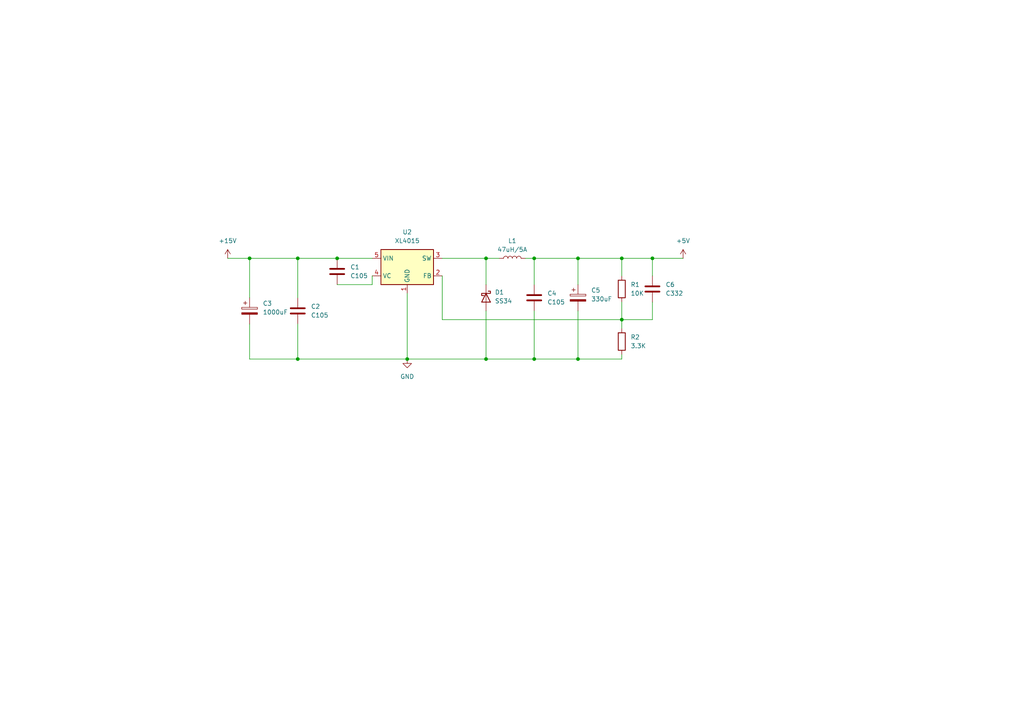
<source format=kicad_sch>
(kicad_sch (version 20250114) (generator "eeschema") (generator_version "9.0")
  (paper "A4")
  (lib_symbols
    (symbol "Device:C" (pin_numbers (hide yes)) (pin_names (offset 0.254))
      (property "Reference" "C" (at 0.635 2.54 0))
      (property "Value" "C" (at 0.635 -2.54 0))
      (symbol "C_0_1"
        (polyline (pts (xy -2.032 0.762) (xy 2.032 0.762)) (stroke (width 0.508)))
        (polyline (pts (xy -2.032 -0.762) (xy 2.032 -0.762)) (stroke (width 0.508)))
      )
      (symbol "C_1_1"
        (pin passive line (at 0 3.81 270) (length 2.794) (name "~") (number "1"))
        (pin passive line (at 0 -3.81 90) (length 2.794) (name "~") (number "2"))
      )
    )
    (symbol "Device:C_Polarized" (pin_numbers (hide yes)) (pin_names (offset 0.254))
      (property "Reference" "C" (at 0.635 2.54 0))
      (property "Value" "C_Polarized" (at 0.635 -2.54 0))
      (symbol "C_Polarized_0_1"
        (rectangle (start -2.286 0.508) (end 2.286 1.016))
        (polyline (pts (xy -1.778 2.286) (xy -0.762 2.286)))
        (polyline (pts (xy -1.27 2.794) (xy -1.27 1.778)))
        (rectangle (start 2.286 -0.508) (end -2.286 -1.016) (fill (type outline)))
      )
      (symbol "C_Polarized_1_1"
        (pin passive line (at 0 3.81 270) (length 2.794) (name "~") (number "1"))
        (pin passive line (at 0 -3.81 90) (length 2.794) (name "~") (number "2"))
      )
    )
    (symbol "Device:L" (pin_numbers (hide yes)) (pin_names (offset 1.016) (hide yes))
      (property "Reference" "L" (at -1.27 0 90))
      (property "Value" "L" (at 1.905 0 90))
      (symbol "L_0_1"
        (arc (start 0 2.54) (mid 0.6323 1.905) (end 0 1.27))
        (arc (start 0 1.27) (mid 0.6323 0.635) (end 0 0))
        (arc (start 0 0) (mid 0.6323 -0.635) (end 0 -1.27))
        (arc (start 0 -1.27) (mid 0.6323 -1.905) (end 0 -2.54))
      )
      (symbol "L_1_1"
        (pin passive line (at 0 3.81 270) (length 1.27) (name "1") (number "1"))
        (pin passive line (at 0 -3.81 90) (length 1.27) (name "2") (number "2"))
      )
    )
    (symbol "Device:R" (pin_numbers (hide yes)) (pin_names (offset 0))
      (property "Reference" "R" (at 2.032 0 90))
      (property "Value" "R" (at 0 0 90))
      (symbol "R_0_1"
        (rectangle (start -1.016 -2.54) (end 1.016 2.54) (stroke (width 0.254)))
      )
      (symbol "R_1_1"
        (pin passive line (at 0 3.81 270) (length 1.27) (name "~") (number "1"))
        (pin passive line (at 0 -3.81 90) (length 1.27) (name "~") (number "2"))
      )
    )
    (symbol "Diode:SS34" (pin_numbers (hide yes)) (pin_names (offset 1.016) (hide yes))
      (property "Reference" "D" (at 0 2.54 0))
      (property "Value" "SS34" (at 0 -2.54 0))
      (symbol "SS34_0_1"
        (polyline (pts (xy -1.905 0.635) (xy -1.905 1.27) (xy -1.27 1.27) (xy -1.27 -1.27) (xy -0.635 -1.27) (xy -0.635 -0.635)) (stroke (width 0.254)))
        (polyline (pts (xy 1.27 1.27) (xy 1.27 -1.27) (xy -1.27 0) (xy 1.27 1.27)) (stroke (width 0.254)))
        (polyline (pts (xy 1.27 0) (xy -1.27 0)))
      )
      (symbol "SS34_1_1"
        (pin passive line (at -3.81 0 0) (length 2.54) (name "K") (number "1"))
        (pin passive line (at 3.81 0 180) (length 2.54) (name "A") (number "2"))
      )
    )
    (symbol "Regulator_Switching:XL4015"
      (property "Reference" "U?" (at -6.35 6.35 0))
      (property "Value" "XL4015" (at 6.35 6.35 0))
      (symbol "XL4015_0_1"
        (rectangle (start -7.62 5.08) (end 7.62 -5.08) (stroke (width 0.254)) (fill (type background)))
      )
      (symbol "XL4015_1_1"
        (pin power_in line (at -10.16 2.54 0) (length 2.54) (name "VIN") (number "5"))
        (pin input line (at -10.16 -2.54 0) (length 2.54) (name "VC") (number "4"))
        (pin power_in line (at 0 -7.62 90) (length 2.54) (name "GND") (number "1"))
        (pin power_out line (at 10.16 2.54 180) (length 2.54) (name "SW") (number "3"))
        (pin input line (at 10.16 -2.54 180) (length 2.54) (name "FB") (number "2"))
      )
    )
    (symbol "power:+15V" (power) (pin_numbers (hide yes)) (pin_names (offset 0) (hide yes))
      (property "Value" "+15V" (at 0 3.556 0))
      (symbol "+15V_0_1"
        (polyline (pts (xy -0.762 1.27) (xy 0 2.54)))
        (polyline (pts (xy 0 2.54) (xy 0.762 1.27)))
        (polyline (pts (xy 0 0) (xy 0 2.54)))
      )
      (symbol "+15V_1_1"
        (pin power_in line (at 0 0 90) (length 0) (name "~") (number "1"))
      )
    )
    (symbol "power:+5V" (power) (pin_numbers (hide yes)) (pin_names (offset 0) (hide yes))
      (property "Value" "+5V" (at 0 3.556 0))
      (symbol "+5V_0_1"
        (polyline (pts (xy -0.762 1.27) (xy 0 2.54)))
        (polyline (pts (xy 0 2.54) (xy 0.762 1.27)))
        (polyline (pts (xy 0 0) (xy 0 2.54)))
      )
      (symbol "+5V_1_1"
        (pin power_in line (at 0 0 90) (length 0) (name "~") (number "1"))
      )
    )
    (symbol "power:GND" (power) (pin_numbers (hide yes)) (pin_names (offset 0) (hide yes))
      (property "Value" "GND" (at 0 -3.81 0))
      (symbol "GND_0_1"
        (polyline (pts (xy 0 0) (xy 0 -1.27) (xy 1.27 -1.27) (xy 0 -2.54) (xy -1.27 -1.27) (xy 0 -1.27)))
      )
      (symbol "GND_1_1"
        (pin power_in line (at 0 0 270) (length 0) (name "~") (number "1"))
      )
    )
  )
  (junction (at 72.39 74.93))
  (junction (at 86.36 104.14))
  (junction (at 180.34 74.93))
  (junction (at 140.97 74.93))
  (junction (at 154.94 74.93))
  (junction (at 180.34 92.71))
  (junction (at 86.36 74.93))
  (junction (at 167.64 104.14))
  (junction (at 154.94 104.14))
  (junction (at 167.64 74.93))
  (junction (at 140.97 104.14))
  (junction (at 118.11 104.14))
  (junction (at 189.23 74.93))
  (junction (at 97.79 74.93))
  (wire (pts (xy 86.36 86.36) (xy 86.36 74.93)))
  (wire (pts (xy 152.4 74.93) (xy 154.94 74.93)))
  (wire (pts (xy 118.11 85.09) (xy 118.11 104.14)))
  (wire (pts (xy 72.39 93.98) (xy 72.39 104.14)))
  (wire (pts (xy 86.36 74.93) (xy 97.79 74.93)))
  (wire (pts (xy 128.27 80.01) (xy 128.27 92.71)))
  (wire (pts (xy 154.94 90.17) (xy 154.94 104.14)))
  (wire (pts (xy 97.79 82.55) (xy 107.95 82.55)))
  (wire (pts (xy 154.94 104.14) (xy 167.64 104.14)))
  (wire (pts (xy 140.97 82.55) (xy 140.97 74.93)))
  (wire (pts (xy 86.36 93.98) (xy 86.36 104.14)))
  (wire (pts (xy 140.97 74.93) (xy 144.78 74.93)))
  (wire (pts (xy 167.64 82.55) (xy 167.64 74.93)))
  (wire (pts (xy 154.94 74.93) (xy 167.64 74.93)))
  (wire (pts (xy 180.34 87.63) (xy 180.34 92.71)))
  (wire (pts (xy 180.34 92.71) (xy 180.34 95.25)))
  (wire (pts (xy 66.04 74.93) (xy 72.39 74.93)))
  (wire (pts (xy 72.39 74.93) (xy 86.36 74.93)))
  (wire (pts (xy 189.23 87.63) (xy 189.23 92.71)))
  (wire (pts (xy 86.36 104.14) (xy 118.11 104.14)))
  (wire (pts (xy 180.34 102.87) (xy 180.34 104.14)))
  (wire (pts (xy 72.39 104.14) (xy 86.36 104.14)))
  (wire (pts (xy 154.94 104.14) (xy 140.97 104.14)))
  (wire (pts (xy 189.23 74.93) (xy 180.34 74.93)))
  (wire (pts (xy 180.34 104.14) (xy 167.64 104.14)))
  (wire (pts (xy 107.95 82.55) (xy 107.95 80.01)))
  (wire (pts (xy 180.34 74.93) (xy 167.64 74.93)))
  (wire (pts (xy 140.97 90.17) (xy 140.97 104.14)))
  (wire (pts (xy 128.27 92.71) (xy 180.34 92.71)))
  (wire (pts (xy 180.34 80.01) (xy 180.34 74.93)))
  (wire (pts (xy 72.39 86.36) (xy 72.39 74.93)))
  (wire (pts (xy 140.97 74.93) (xy 128.27 74.93)))
  (wire (pts (xy 189.23 92.71) (xy 180.34 92.71)))
  (wire (pts (xy 118.11 104.14) (xy 140.97 104.14)))
  (wire (pts (xy 167.64 90.17) (xy 167.64 104.14)))
  (wire (pts (xy 189.23 80.01) (xy 189.23 74.93)))
  (wire (pts (xy 198.12 74.93) (xy 189.23 74.93)))
  (wire (pts (xy 154.94 74.93) (xy 154.94 82.55)))
  (wire (pts (xy 97.79 74.93) (xy 107.95 74.93)))
  (symbol (lib_id "Diode:SS34") (at 140.97 86.36 270) (unit 1)
    (property "Reference" "D1" (at 143.51 84.7724 90) (effects (justify left)))
    (property "Value" "SS34" (at 143.51 87.3124 90) (effects (justify left)))
    (property "Footprint" "Diode_SMD:D_SMA" (effects (hide yes)))
    (property "Datasheet" "https://www.vishay.com/docs/88751/ss32.pdf" (effects (hide yes)))
    (property "Description" "40V 3A Schottky Diode, SMA" (effects (hide yes)))
  )
  (symbol (lib_id "power:+5V") (at 198.12 74.93 0) (unit 1)
    (property "Reference" "#PWR07" (effects (hide yes)))
    (property "Value" "+5V" (at 198.12 69.85 0))
    (property "Description" "Power symbol creates a global label with name \"+5V\"" (effects (hide yes)))
  )
  (symbol (lib_id "Device:C") (at 189.23 83.82 0) (unit 1)
    (property "Reference" "C6" (at 193.04 82.5499 0) (effects (justify left)))
    (property "Value" "C332" (at 193.04 85.0899 0) (effects (justify left)))
    (property "Footprint" "Capacitor_THT:C_Rect_L11.5mm_W5.2mm_P10.00mm_MKT" (effects (hide yes)))
    (property "Description" "Unpolarized capacitor" (effects (hide yes)))
  )
  (symbol (lib_id "Device:C_Polarized") (at 167.64 86.36 0) (unit 1)
    (property "Reference" "C5" (at 171.45 84.2009 0) (effects (justify left)))
    (property "Value" "330uF" (at 171.45 86.7409 0) (effects (justify left)))
    (property "Footprint" "Capacitor_THT:CP_Radial_D8.0mm_P2.50mm" (effects (hide yes)))
    (property "Description" "Polarized capacitor" (effects (hide yes)))
  )
  (symbol (lib_id "Device:C_Polarized") (at 72.39 90.17 0) (unit 1)
    (property "Reference" "C3" (at 76.2 88.0109 0) (effects (justify left)))
    (property "Value" "1000uF" (at 76.2 90.5509 0) (effects (justify left)))
    (property "Footprint" "Capacitor_THT:CP_Radial_D10.0mm_P2.50mm" (effects (hide yes)))
    (property "Description" "Polarized capacitor" (effects (hide yes)))
  )
  (symbol (lib_id "power:+15V") (at 66.04 74.93 0) (unit 1)
    (property "Reference" "#PWR01" (effects (hide yes)))
    (property "Value" "+15V" (at 66.04 69.85 0))
    (property "Description" "Power symbol creates a global label with name \"+15V\"" (effects (hide yes)))
  )
  (symbol (lib_id "Device:C") (at 97.79 78.74 0) (unit 1)
    (property "Reference" "C1" (at 101.6 77.4699 0) (effects (justify left)))
    (property "Value" "C105" (at 101.6 80.0099 0) (effects (justify left)))
    (property "Footprint" "Capacitor_THT:C_Disc_D7.5mm_W5.0mm_P5.00mm" (effects (hide yes)))
    (property "Description" "Unpolarized capacitor" (effects (hide yes)))
  )
  (symbol (lib_id "Device:R") (at 180.34 99.06 0) (unit 1)
    (property "Reference" "R2" (at 182.88 97.7899 0) (effects (justify left)))
    (property "Value" "3.3K" (at 182.88 100.3299 0) (effects (justify left)))
    (property "Description" "Resistor" (effects (hide yes)))
  )
  (symbol (lib_id "Device:L") (at 148.59 74.93 90) (unit 1)
    (property "Reference" "L1" (at 148.59 69.85 90))
    (property "Value" "47uH/5A" (at 148.59 72.39 90))
    (property "Description" "Inductor" (effects (hide yes)))
  )
  (symbol (lib_id "power:GND") (at 118.11 104.14 0) (unit 1)
    (property "Reference" "#PWR06" (effects (hide yes)))
    (property "Value" "GND" (at 118.11 109.22 0))
    (property "Description" "Power symbol creates a global label with name \"GND\" , ground" (effects (hide yes)))
  )
  (symbol (lib_id "Device:C") (at 154.94 86.36 0) (unit 1)
    (property "Reference" "C4" (at 158.75 85.0899 0) (effects (justify left)))
    (property "Value" "C105" (at 158.75 87.6299 0) (effects (justify left)))
    (property "Footprint" "Capacitor_THT:C_Disc_D7.5mm_W5.0mm_P5.00mm" (effects (hide yes)))
    (property "Description" "Unpolarized capacitor" (effects (hide yes)))
  )
  (symbol (lib_id "Device:C") (at 86.36 90.17 0) (unit 1)
    (property "Reference" "C2" (at 90.17 88.8999 0) (effects (justify left)))
    (property "Value" "C105" (at 90.17 91.4399 0) (effects (justify left)))
    (property "Footprint" "Capacitor_THT:C_Disc_D7.5mm_W5.0mm_P5.00mm" (effects (hide yes)))
    (property "Description" "Unpolarized capacitor" (effects (hide yes)))
  )
  (symbol (lib_id "Regulator_Switching:XL4015") (at 118.11 77.47 0) (unit 1)
    (property "Reference" "U2" (at 118.11 67.31 0))
    (property "Value" "XL4015" (at 118.11 69.85 0))
    (property "Footprint" "Package_TO_SOT_SMD:TO-263-5_TabPin3" (effects (hide yes)))
    (property "Datasheet" "http://www.xlsemi.net/datasheet/XL4015%20datasheet-English.pdf" (effects (hide yes)))
    (property "Description" "5A 180kHz 36V Buck DC to DC Converter" (effects (hide yes)))
  )
  (symbol (lib_id "Device:R") (at 180.34 83.82 0) (unit 1)
    (property "Reference" "R1" (at 182.88 82.5499 0) (effects (justify left)))
    (property "Value" "10K" (at 182.88 85.0899 0) (effects (justify left)))
    (property "Description" "Resistor" (effects (hide yes)))
  )
)
</source>
